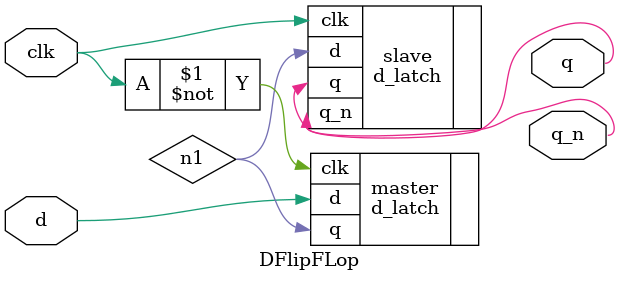
<source format=v>
module DFlipFLop (
input clk ,
input d,
output q,
output q_n
);
wire n1;
d_latch master (
.clk ( ~clk ) ,
.d ( d ) ,
.q ( n1 )
);
d_latch slave (
.clk ( clk ) ,
.d ( n1 ) ,
.q ( q ) ,
.q_n ( q_n )
);
endmodule
</source>
